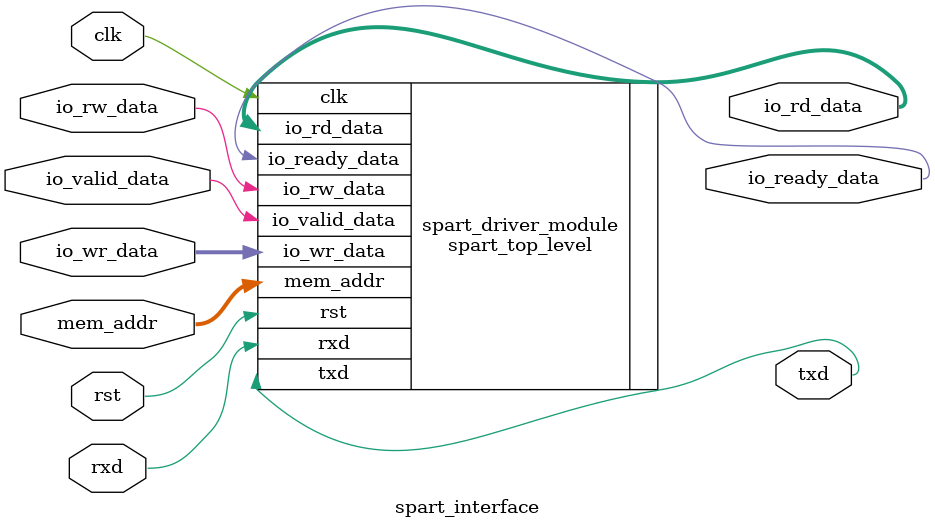
<source format=v>
`timescale 1ns / 1ps
module spart_interface(
   // Signals from the FPGA
	input clk,
	input rst,
	output txd, // Transmitter for RS-232
	input rxd,   // Receiver for RS-232
	
   // Connections from/to caches
    input io_rw_data,
	input io_valid_data,
	output io_ready_data,
	input [27:0] mem_addr,
	output [31:0] io_rd_data,
	input [31:0] io_wr_data
    );


	
   
   
   spart_top_level spart_driver_module(
		.clk(clk),         // 100mhz clock
		.rst(rst),         // Asynchronous reset, tied to dip switch 0
		.txd(txd),        // RS232 Transmit Data
		.rxd(rxd),         // RS232 Receive Data
	
	// Clocks from DDR2 for ChipScope
//		.clk0_tb(clk0_tb),    
//		.clk200_out(clk200_out),

	// Connections to/from cache controller.
		.io_rw_data(io_rw_data),
		.io_valid_data(io_valid_data),
		.io_ready_data(io_ready_data),
		.mem_addr(mem_addr),
		.io_rd_data(io_rd_data),
		.io_wr_data(io_wr_data)
    );
endmodule

</source>
